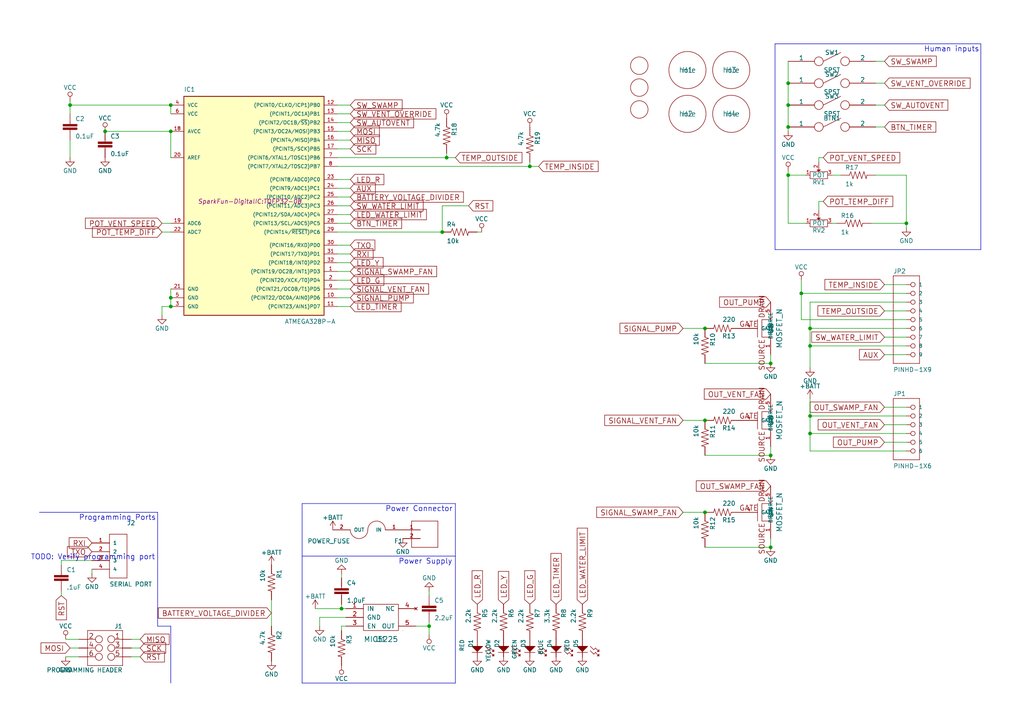
<source format=kicad_sch>
(kicad_sch (version 20230121) (generator eeschema)
  (paper "A4")
  (lib_symbols
    (symbol "hvac-rescue:+BATT" (power) (pin_names (offset 0))
      (property "Value" "+BATT" (at 0 3.556 0))
      (symbol "+BATT_1_1"
        (pin power_in line (at 0 0 90) (length 0) hide (name "+BATT") (number "1"))
      )
    )
    (symbol "hvac-rescue:1X4-3.5MM" (pin_names (offset 1.016))
      (property "Reference" "CN" (at 5.08 7.62 0))
      (property "Value" "1X4-3.5MM" (at 0 -10.16 0))
      (symbol "1X4-3.5MM_1_1"
        (pin bidirectional line (at -5.08 2.54 0) (length 5.08) (name "1") (number "1"))
        (pin bidirectional line (at -5.08 0 0) (length 5.08) (name "2") (number "2"))
        (pin bidirectional line (at -5.08 -2.54 0) (length 5.08) (name "3") (number "3"))
        (pin bidirectional line (at -5.08 -5.08 0) (length 5.08) (name "4") (number "4"))
      )
    )
    (symbol "hvac-rescue:ATMEGA328P-A" (pin_names (offset 1.016))
      (property "Reference" "IC" (at -19.05 31.75 0))
      (property "Value" "ATMEGA328P-A" (at 10.16 -35.56 0))
      (property "Footprint" "TQFP32" (at 0 0 0))
      (symbol "ATMEGA328P-A_1_1"
        (pin bidirectional line (at 25.4 -20.32 180) (length 3.81) (name "(PCINT19/OC2B/INT1)PD3") (number "1"))
        (pin bidirectional line (at 25.4 -27.94 180) (length 3.81) (name "(PCINT22/OC0A/AIN0)PD6") (number "10"))
        (pin bidirectional line (at 25.4 -30.48 180) (length 3.81) (name "(PCINT23/AIN1)PD7") (number "11"))
        (pin bidirectional line (at 25.4 27.94 180) (length 3.81) (name "(PCINT0/CLKO/ICP1)PB0") (number "12"))
        (pin bidirectional line (at 25.4 25.4 180) (length 3.81) (name "(PCINT1/OC1A)PB1") (number "13"))
        (pin bidirectional line (at 25.4 22.86 180) (length 3.81) (name "(PCINT2/OC1B/~{SS})PB2") (number "14"))
        (pin bidirectional line (at 25.4 20.32 180) (length 3.81) (name "(PCINT3/OC2A/MOSI)PB3") (number "15"))
        (pin bidirectional line (at 25.4 17.78 180) (length 3.81) (name "(PCINT4/MISO)PB4") (number "16"))
        (pin bidirectional line (at 25.4 15.24 180) (length 3.81) (name "(PCINT5/SCK)PB5") (number "17"))
        (pin power_in line (at -22.86 20.32 0) (length 3.81) (name "AVCC") (number "18"))
        (pin input line (at -22.86 -6.35 0) (length 3.81) (name "ADC6") (number "19"))
        (pin bidirectional line (at 25.4 -22.86 180) (length 3.81) (name "(PCINT20/XCK/T0)PD4") (number "2"))
        (pin bidirectional line (at -22.86 12.7 0) (length 3.81) (name "AREF") (number "20"))
        (pin power_in line (at -22.86 -25.4 0) (length 3.81) (name "GND") (number "21"))
        (pin input line (at -22.86 -8.89 0) (length 3.81) (name "ADC7") (number "22"))
        (pin bidirectional line (at 25.4 6.35 180) (length 3.81) (name "(PCINT8/ADC0)PC0") (number "23"))
        (pin bidirectional line (at 25.4 3.81 180) (length 3.81) (name "(PCINT9/ADC1)PC1") (number "24"))
        (pin bidirectional line (at 25.4 1.27 180) (length 3.81) (name "(PCINT10/ADC2)PC2") (number "25"))
        (pin bidirectional line (at 25.4 -1.27 180) (length 3.81) (name "(PCINT11/ADC3)PC3") (number "26"))
        (pin bidirectional line (at 25.4 -3.81 180) (length 3.81) (name "(PCINT12/SDA/ADC4)PC4") (number "27"))
        (pin bidirectional line (at 25.4 -6.35 180) (length 3.81) (name "(PCINT13/SCL/ADC5)PC5") (number "28"))
        (pin bidirectional line (at 25.4 -8.89 180) (length 3.81) (name "(PCINT14/~{RESET})PC6") (number "29"))
        (pin power_in line (at -22.86 -30.48 0) (length 3.81) (name "GND") (number "3"))
        (pin bidirectional line (at 25.4 -12.7 180) (length 3.81) (name "(PCINT16/RXD)PD0") (number "30"))
        (pin bidirectional line (at 25.4 -15.24 180) (length 3.81) (name "(PCINT17/TXD)PD1") (number "31"))
        (pin bidirectional line (at 25.4 -17.78 180) (length 3.81) (name "(PCINT18/INT0)PD2") (number "32"))
        (pin power_in line (at -22.86 27.94 0) (length 3.81) (name "VCC") (number "4"))
        (pin power_in line (at -22.86 -27.94 0) (length 3.81) (name "GND") (number "5"))
        (pin power_in line (at -22.86 25.4 0) (length 3.81) (name "VCC") (number "6"))
        (pin bidirectional line (at 25.4 12.7 180) (length 3.81) (name "(PCINT6/XTAL1/TOSC1)PB6") (number "7"))
        (pin bidirectional line (at 25.4 10.16 180) (length 3.81) (name "(PCINT7/XTAL2/TOSC2)PB7") (number "8"))
        (pin bidirectional line (at 25.4 -25.4 180) (length 3.81) (name "(PCINT21/OC0B/T1)PD5") (number "9"))
      )
    )
    (symbol "hvac-rescue:CAP0603-CAP" (pin_numbers hide) (pin_names (offset 1.016) hide)
      (property "Reference" "C" (at 1.524 2.921 0))
      (property "Value" "CAP0603-CAP" (at 1.524 -2.159 0))
      (symbol "CAP0603-CAP_1_1"
        (pin passive line (at 0 5.08 270) (length 2.54) (name "1") (number "1"))
        (pin passive line (at 0 -2.54 90) (length 2.54) (name "2") (number "2"))
      )
    )
    (symbol "hvac-rescue:FIDUCIAL" (pin_numbers hide) (pin_names (offset 1.016) hide))
    (symbol "hvac-rescue:GND" (power) (pin_names (offset 0))
      (property "Value" "GND" (at 0 -3.81 0))
      (symbol "GND_1_1"
        (pin power_in line (at 0 0 270) (length 0) hide (name "GND") (number "1"))
      )
    )
    (symbol "hvac-rescue:LED_SINGLE-0603" (pin_numbers hide) (pin_names (offset 1.016) hide)
      (property "Reference" "D" (at -2.54 -2.54 0))
      (property "Value" "LED_SINGLE-0603" (at -2.54 -5.08 0))
      (symbol "LED_SINGLE-0603_1_1"
        (pin output line (at -2.54 0 0) (length 2.54) (name "ANODE") (number "ANOD"))
        (pin input line (at 2.54 0 180) (length 2.54) (name "CATHODE") (number "CATH"))
      )
    )
    (symbol "hvac-rescue:LED_SINGLE-0603-GREEN" (pin_numbers hide) (pin_names (offset 1.016) hide)
      (property "Reference" "D" (at -2.54 -2.54 0))
      (property "Value" "LED_SINGLE-0603-GREEN" (at -2.54 -5.08 0))
      (symbol "LED_SINGLE-0603-GREEN_1_1"
        (pin output line (at -2.54 0 0) (length 2.54) (name "ANODE") (number "ANOD"))
        (pin input line (at 2.54 0 180) (length 2.54) (name "CATHODE") (number "CATH"))
      )
    )
    (symbol "hvac-rescue:LED_SINGLE-0603-RED" (pin_numbers hide) (pin_names (offset 1.016) hide)
      (property "Reference" "D" (at -2.54 -2.54 0))
      (property "Value" "LED_SINGLE-0603-RED" (at -2.54 -5.08 0))
      (symbol "LED_SINGLE-0603-RED_1_1"
        (pin output line (at -2.54 0 0) (length 2.54) (name "ANODE") (number "ANOD"))
        (pin input line (at 2.54 0 180) (length 2.54) (name "CATHODE") (number "CATH"))
      )
    )
    (symbol "hvac-rescue:M03X22X3_SILK_MALE_PTH" (pin_numbers hide) (pin_names (offset 1.016) hide)
      (property "Reference" "J" (at -5.08 5.588 0))
      (property "Value" "M03X22X3_SILK_MALE_PTH" (at -5.08 -7.112 0))
      (symbol "M03X22X3_SILK_MALE_PTH_1_0"
        (text "1" (at -3.6068 3.5052 0) (effects (font (size 1.4224 1.4224))))
        (text "2" (at 4.0132 3.5052 0) (effects (font (size 1.4224 1.4224))))
        (text "3" (at -3.6068 0.9652 0) (effects (font (size 1.4224 1.4224))))
        (text "4" (at 4.0132 0.9652 0) (effects (font (size 1.4224 1.4224))))
        (text "5" (at -3.6068 -1.5748 0) (effects (font (size 1.4224 1.4224))))
        (text "6" (at 4.0132 -1.5748 0) (effects (font (size 1.4224 1.4224))))
      )
      (symbol "M03X22X3_SILK_MALE_PTH_1_1"
        (pin bidirectional line (at -7.62 2.54 0) (length 2.54) (name "1") (number "1"))
        (pin bidirectional line (at 7.62 2.54 180) (length 2.54) (name "2") (number "2"))
        (pin bidirectional line (at -7.62 0 0) (length 2.54) (name "3") (number "3"))
        (pin bidirectional line (at 7.62 0 180) (length 2.54) (name "4") (number "4"))
        (pin bidirectional line (at -7.62 -2.54 0) (length 2.54) (name "5") (number "5"))
        (pin bidirectional line (at 7.62 -2.54 180) (length 2.54) (name "6") (number "6"))
      )
    )
    (symbol "hvac-rescue:MIC5225" (pin_names (offset 1.016))
      (property "Reference" "U" (at 0 -1.27 0))
      (property "Value" "MIC5225" (at 0 -1.27 0))
      (symbol "MIC5225_1_1"
        (pin input line (at -10.16 7.62 0) (length 5.08) (name "IN") (number "1"))
        (pin input line (at -10.16 5.08 0) (length 5.08) (name "GND") (number "2"))
        (pin input line (at -10.16 2.54 0) (length 5.08) (name "EN") (number "3"))
        (pin no_connect line (at 10.16 7.62 180) (length 5.08) (name "NC") (number "4"))
        (pin output line (at 10.16 2.54 180) (length 5.08) (name "OUT") (number "5"))
      )
    )
    (symbol "hvac-rescue:MOSFET_N" (pin_names (offset 1.016))
      (property "Reference" "U" (at 0 2.54 0))
      (property "Value" "MOSFET_N" (at 0 0 0))
      (symbol "MOSFET_N_0_0"
        (text "DRAIN" (at 6.35 5.08 0) (effects (font (size 1.524 1.524))))
        (text "GATE" (at 1.27 8.89 900) (effects (font (size 1.524 1.524))))
        (text "SOURCE" (at -7.62 5.08 0) (effects (font (size 1.524 1.524))))
      )
      (symbol "MOSFET_N_1_1"
        (pin input line (at -7.62 2.54 0) (length 5.08) (name "SOURCE") (number "1"))
        (pin input line (at -7.62 2.54 0) (length 5.08) hide (name "SOURCE") (number "2"))
        (pin input line (at -7.62 2.54 0) (length 5.08) hide (name "SOURCE") (number "3"))
        (pin input line (at 0 11.43 270) (length 5.08) (name "GATE") (number "4"))
        (pin output line (at 7.62 2.54 180) (length 5.08) (name "DRAIN") (number "5"))
      )
    )
    (symbol "hvac-rescue:PINHD-1X6" (pin_numbers hide) (pin_names (offset 1.016))
      (property "Reference" "JP" (at -6.35 10.795 0))
      (property "Value" "PINHD-1X6" (at -6.35 -10.16 0))
      (symbol "PINHD-1X6_1_1"
        (pin passive inverted (at -2.54 7.62 0) (length 2.54) (name "1") (number "1"))
        (pin passive inverted (at -2.54 5.08 0) (length 2.54) (name "2") (number "2"))
        (pin passive inverted (at -2.54 2.54 0) (length 2.54) (name "3") (number "3"))
        (pin passive inverted (at -2.54 0 0) (length 2.54) (name "4") (number "4"))
        (pin passive inverted (at -2.54 -2.54 0) (length 2.54) (name "5") (number "5"))
        (pin passive inverted (at -2.54 -5.08 0) (length 2.54) (name "6") (number "6"))
      )
    )
    (symbol "hvac-rescue:PINHD-1X9" (pin_numbers hide) (pin_names (offset 1.016))
      (property "Reference" "JP" (at -6.35 13.335 0))
      (property "Value" "PINHD-1X9" (at -6.35 -15.24 0))
      (symbol "PINHD-1X9_1_1"
        (pin passive inverted (at -2.54 10.16 0) (length 2.54) (name "1") (number "1"))
        (pin passive inverted (at -2.54 7.62 0) (length 2.54) (name "2") (number "2"))
        (pin passive inverted (at -2.54 5.08 0) (length 2.54) (name "3") (number "3"))
        (pin passive inverted (at -2.54 2.54 0) (length 2.54) (name "4") (number "4"))
        (pin passive inverted (at -2.54 0 0) (length 2.54) (name "5") (number "5"))
        (pin passive inverted (at -2.54 -2.54 0) (length 2.54) (name "6") (number "6"))
        (pin passive inverted (at -2.54 -5.08 0) (length 2.54) (name "7") (number "7"))
        (pin passive inverted (at -2.54 -7.62 0) (length 2.54) (name "8") (number "8"))
        (pin passive inverted (at -2.54 -10.16 0) (length 2.54) (name "9") (number "9"))
      )
    )
    (symbol "hvac-rescue:POT" (pin_names (offset 1.016) hide)
      (property "Reference" "RV" (at 0 -2.032 0))
      (property "Value" "POT" (at 0 0 0))
      (symbol "POT_1_1"
        (pin passive line (at -3.81 0 0) (length 1.27) (name "1") (number "1"))
        (pin passive line (at 0 3.81 270) (length 2.54) (name "2") (number "2"))
        (pin passive line (at 3.81 0 180) (length 1.27) (name "3") (number "3"))
      )
    )
    (symbol "hvac-rescue:POWER_FUSE" (pin_names (offset 1.016))
      (property "Reference" "F" (at -10.16 2.54 0))
      (property "Value" "POWER_FUSE" (at 5.08 2.54 0))
      (symbol "POWER_FUSE_1_1"
        (pin power_in line (at -10.16 0 0) (length 5.08) (name "IN") (number "1"))
        (pin power_out line (at 10.16 0 180) (length 5.08) (name "OUT") (number "2"))
      )
    )
    (symbol "hvac-rescue:POWER_INPUT" (pin_names (offset 1.016) hide)
      (symbol "POWER_INPUT_1_1"
        (pin power_out line (at -5.08 2.54 0) (length 5.08) (name "1") (number "1"))
        (pin output line (at -5.08 0 0) (length 5.08) (name "2") (number "2"))
      )
    )
    (symbol "hvac-rescue:RESISTOR0402" (pin_numbers hide) (pin_names (offset 1.016) hide)
      (property "Reference" "R" (at -3.81 1.4986 0))
      (property "Value" "RESISTOR0402" (at -3.81 -3.302 0))
      (symbol "RESISTOR0402_1_1"
        (pin passive line (at -5.08 0 0) (length 2.54) (name "1") (number "1"))
        (pin passive line (at 5.08 0 180) (length 2.54) (name "2") (number "2"))
      )
    )
    (symbol "hvac-rescue:SPST" (pin_numbers hide) (pin_names (offset 0))
      (property "Reference" "SW" (at 0 2.54 0))
      (property "Value" "SPST" (at 0 -2.54 0))
      (symbol "SPST_1_1"
        (pin input line (at -12.7 0 0) (length 7.62) (name "1") (number "1"))
        (pin input line (at 12.7 0 180) (length 7.62) (name "2") (number "2"))
      )
    )
    (symbol "hvac-rescue:VCC" (power) (pin_names (offset 0))
      (property "Value" "VCC" (at 0 3.81 0))
      (symbol "VCC_1_1"
        (pin power_in line (at 0 0 90) (length 0) hide (name "VCC") (number "1"))
      )
    )
    (symbol "hvac-rescue:hole" (pin_names (offset 1.016))
      (property "Reference" "H" (at 0 0 0))
      (property "Value" "hole" (at 0 0 0))
    )
  )
  (junction (at 20.32 30.48))
  (junction (at 228.6 50.8))
  (junction (at 30.48 38.1))
  (junction (at 228.6 24.13))
  (junction (at 228.6 36.83))
  (junction (at 223.52 132.08))
  (junction (at 128.27 67.31))
  (junction (at 49.53 86.36))
  (junction (at 204.47 148.59))
  (junction (at 223.52 158.75))
  (junction (at 234.95 100.33))
  (junction (at 262.89 64.77))
  (junction (at 49.53 30.48))
  (junction (at 234.95 95.25))
  (junction (at 234.95 125.73))
  (junction (at 234.95 120.65))
  (junction (at 153.67 48.26))
  (junction (at 129.54 45.72))
  (junction (at 99.06 176.53))
  (junction (at 223.52 105.41))
  (junction (at 124.46 181.61))
  (junction (at 228.6 30.48))
  (junction (at 49.53 38.1))
  (junction (at 232.41 85.09))
  (junction (at 49.53 88.9))
  (junction (at 204.47 121.92))
  (junction (at 204.47 95.25))
  (polyline (pts (xy 132.08 146.05) (xy 132.08 198.12)))
  (wire (pts (xy 128.27 59.69) (xy 135.89 59.69)))
  (wire (pts (xy 262.89 50.8) (xy 262.89 64.77)))
  (wire (pts (xy 49.53 33.02) (xy 49.53 30.48)))
  (wire (pts (xy 97.79 45.72) (xy 129.54 45.72)))
  (polyline (pts (xy 224.79 12.7) (xy 224.79 72.39)))
  (wire (pts (xy 223.52 158.75) (xy 204.47 158.75)))
  (wire (pts (xy 234.95 125.73) (xy 234.95 130.81)))
  (wire (pts (xy 241.3 50.8) (xy 243.84 50.8)))
  (wire (pts (xy 101.6 52.07) (xy 97.79 52.07)))
  (wire (pts (xy 101.6 81.28) (xy 97.79 81.28)))
  (wire (pts (xy 22.86 187.96) (xy 20.32 187.96)))
  (wire (pts (xy 241.3 64.77) (xy 242.57 64.77)))
  (wire (pts (xy 97.79 78.74) (xy 101.6 78.74)))
  (wire (pts (xy 49.53 88.9) (xy 46.99 88.9)))
  (wire (pts (xy 92.71 181.61) (xy 92.71 179.07)))
  (wire (pts (xy 228.6 24.13) (xy 228.6 30.48)))
  (wire (pts (xy 234.95 87.63) (xy 234.95 95.25)))
  (wire (pts (xy 101.6 62.23) (xy 97.79 62.23)))
  (wire (pts (xy 234.95 95.25) (xy 234.95 100.33)))
  (wire (pts (xy 101.6 57.15) (xy 97.79 57.15)))
  (wire (pts (xy 124.46 181.61) (xy 120.65 181.61)))
  (wire (pts (xy 228.6 17.78) (xy 228.6 24.13)))
  (wire (pts (xy 129.54 44.45) (xy 129.54 45.72)))
  (wire (pts (xy 232.41 85.09) (xy 262.89 85.09)))
  (wire (pts (xy 256.54 123.19) (xy 262.89 123.19)))
  (wire (pts (xy 101.6 43.18) (xy 97.79 43.18)))
  (wire (pts (xy 223.52 156.21) (xy 223.52 158.75)))
  (wire (pts (xy 237.49 45.72) (xy 238.76 45.72)))
  (polyline (pts (xy 87.63 146.05) (xy 87.63 198.12)))
  (wire (pts (xy 20.32 29.21) (xy 20.32 30.48)))
  (wire (pts (xy 228.6 49.53) (xy 228.6 50.8)))
  (wire (pts (xy 153.67 48.26) (xy 156.21 48.26)))
  (wire (pts (xy 256.54 118.11) (xy 262.89 118.11)))
  (wire (pts (xy 237.49 58.42) (xy 237.49 60.96)))
  (wire (pts (xy 254 24.13) (xy 256.54 24.13)))
  (polyline (pts (xy 49.53 181.61) (xy 45.72 181.61)))
  (wire (pts (xy 234.95 87.63) (xy 262.89 87.63)))
  (wire (pts (xy 223.52 105.41) (xy 204.47 105.41)))
  (wire (pts (xy 97.79 59.69) (xy 101.6 59.69)))
  (wire (pts (xy 99.06 175.26) (xy 99.06 176.53)))
  (wire (pts (xy 101.6 40.64) (xy 97.79 40.64)))
  (wire (pts (xy 228.6 36.83) (xy 228.6 38.1)))
  (wire (pts (xy 234.95 130.81) (xy 262.89 130.81)))
  (wire (pts (xy 49.53 38.1) (xy 49.53 45.72)))
  (wire (pts (xy 20.32 40.64) (xy 20.32 45.72)))
  (wire (pts (xy 17.78 171.45) (xy 17.78 172.72)))
  (wire (pts (xy 97.79 64.77) (xy 101.6 64.77)))
  (wire (pts (xy 97.79 71.12) (xy 101.6 71.12)))
  (wire (pts (xy 19.05 190.5) (xy 22.86 190.5)))
  (wire (pts (xy 46.99 88.9) (xy 46.99 91.44)))
  (wire (pts (xy 256.54 97.79) (xy 262.89 97.79)))
  (wire (pts (xy 232.41 81.28) (xy 232.41 85.09)))
  (wire (pts (xy 20.32 30.48) (xy 20.32 33.02)))
  (wire (pts (xy 128.27 67.31) (xy 128.27 59.69)))
  (polyline (pts (xy 284.48 72.39) (xy 284.48 12.7)))
  (wire (pts (xy 262.89 50.8) (xy 254 50.8)))
  (wire (pts (xy 234.95 120.65) (xy 234.95 125.73)))
  (wire (pts (xy 101.6 54.61) (xy 97.79 54.61)))
  (wire (pts (xy 262.89 125.73) (xy 234.95 125.73)))
  (wire (pts (xy 138.43 67.31) (xy 139.7 67.31)))
  (wire (pts (xy 153.67 48.26) (xy 153.67 46.99)))
  (wire (pts (xy 124.46 181.61) (xy 124.46 184.15)))
  (wire (pts (xy 19.05 185.42) (xy 22.86 185.42)))
  (polyline (pts (xy 87.63 161.29) (xy 132.08 161.29)))
  (wire (pts (xy 49.53 30.48) (xy 20.32 30.48)))
  (wire (pts (xy 91.44 176.53) (xy 99.06 176.53)))
  (wire (pts (xy 101.6 30.48) (xy 97.79 30.48)))
  (wire (pts (xy 228.6 50.8) (xy 233.68 50.8)))
  (wire (pts (xy 256.54 128.27) (xy 262.89 128.27)))
  (wire (pts (xy 49.53 67.31) (xy 46.99 67.31)))
  (wire (pts (xy 228.6 30.48) (xy 228.6 36.83)))
  (wire (pts (xy 99.06 181.61) (xy 99.06 182.88)))
  (wire (pts (xy 232.41 85.09) (xy 232.41 92.71)))
  (wire (pts (xy 46.99 64.77) (xy 49.53 64.77)))
  (polyline (pts (xy 284.48 12.7) (xy 224.79 12.7)))
  (wire (pts (xy 99.06 176.53) (xy 100.33 176.53)))
  (wire (pts (xy 97.79 76.2) (xy 101.6 76.2)))
  (wire (pts (xy 129.54 45.72) (xy 132.08 45.72)))
  (wire (pts (xy 124.46 180.34) (xy 124.46 181.61)))
  (wire (pts (xy 101.6 35.56) (xy 97.79 35.56)))
  (wire (pts (xy 254 17.78) (xy 256.54 17.78)))
  (wire (pts (xy 97.79 88.9) (xy 101.6 88.9)))
  (wire (pts (xy 97.79 67.31) (xy 128.27 67.31)))
  (wire (pts (xy 223.52 129.54) (xy 223.52 132.08)))
  (wire (pts (xy 49.53 83.82) (xy 49.53 86.36)))
  (wire (pts (xy 97.79 86.36) (xy 101.6 86.36)))
  (wire (pts (xy 97.79 48.26) (xy 153.67 48.26)))
  (wire (pts (xy 262.89 64.77) (xy 262.89 66.04)))
  (wire (pts (xy 198.12 95.25) (xy 204.47 95.25)))
  (polyline (pts (xy 45.72 148.59) (xy 11.43 148.59)))
  (wire (pts (xy 223.52 102.87) (xy 223.52 105.41)))
  (wire (pts (xy 100.33 181.61) (xy 99.06 181.61)))
  (wire (pts (xy 237.49 46.99) (xy 237.49 45.72)))
  (wire (pts (xy 262.89 90.17) (xy 256.54 90.17)))
  (wire (pts (xy 234.95 115.57) (xy 234.95 120.65)))
  (wire (pts (xy 17.78 163.83) (xy 17.78 162.56)))
  (wire (pts (xy 40.64 187.96) (xy 38.1 187.96)))
  (polyline (pts (xy 132.08 198.12) (xy 87.63 198.12)))
  (wire (pts (xy 97.79 83.82) (xy 101.6 83.82)))
  (wire (pts (xy 262.89 64.77) (xy 252.73 64.77)))
  (wire (pts (xy 92.71 179.07) (xy 100.33 179.07)))
  (wire (pts (xy 256.54 30.48) (xy 254 30.48)))
  (polyline (pts (xy 49.53 198.12) (xy 49.53 181.61)))
  (wire (pts (xy 223.52 132.08) (xy 204.47 132.08)))
  (wire (pts (xy 49.53 86.36) (xy 49.53 88.9)))
  (wire (pts (xy 124.46 172.72) (xy 124.46 171.45)))
  (wire (pts (xy 228.6 50.8) (xy 228.6 64.77)))
  (wire (pts (xy 254 36.83) (xy 256.54 36.83)))
  (wire (pts (xy 198.12 148.59) (xy 204.47 148.59)))
  (wire (pts (xy 40.64 185.42) (xy 38.1 185.42)))
  (wire (pts (xy 262.89 100.33) (xy 234.95 100.33)))
  (wire (pts (xy 97.79 33.02) (xy 101.6 33.02)))
  (wire (pts (xy 234.95 120.65) (xy 262.89 120.65)))
  (wire (pts (xy 101.6 73.66) (xy 97.79 73.66)))
  (wire (pts (xy 228.6 64.77) (xy 233.68 64.77)))
  (wire (pts (xy 198.12 121.92) (xy 204.47 121.92)))
  (wire (pts (xy 234.95 95.25) (xy 262.89 95.25)))
  (polyline (pts (xy 132.08 146.05) (xy 87.63 146.05)))
  (wire (pts (xy 237.49 58.42) (xy 238.76 58.42)))
  (wire (pts (xy 26.67 166.37) (xy 26.67 165.1)))
  (wire (pts (xy 78.74 181.61) (xy 78.74 173.99)))
  (wire (pts (xy 101.6 38.1) (xy 97.79 38.1)))
  (wire (pts (xy 99.06 167.64) (xy 99.06 166.37)))
  (wire (pts (xy 17.78 162.56) (xy 26.67 162.56)))
  (polyline (pts (xy 224.79 72.39) (xy 284.48 72.39)))
  (wire (pts (xy 40.64 190.5) (xy 38.1 190.5)))
  (wire (pts (xy 256.54 102.87) (xy 262.89 102.87)))
  (polyline (pts (xy 45.72 181.61) (xy 45.72 148.59)))
  (wire (pts (xy 234.95 100.33) (xy 234.95 106.68)))
  (wire (pts (xy 30.48 38.1) (xy 49.53 38.1)))
  (wire (pts (xy 232.41 92.71) (xy 262.89 92.71)))
  (wire (pts (xy 256.54 82.55) (xy 262.89 82.55)))
  (text "Human inputs" (at 267.97 15.24 0) (effects (font (size 1.524 1.524)) (justify left bottom)))
  (text "Power Supply" (at 115.57 163.83 0) (effects (font (size 1.524 1.524)) (justify left bottom)))
  (text "Power Connector" (at 111.76 148.59 0) (effects (font (size 1.524 1.524)) (justify left bottom)))
  (text "Programming Ports" (at 22.86 151.13 0) (effects (font (size 1.524 1.524)) (justify left bottom)))
  (text "TODO: Verify programming port" (at 8.89 162.56 0) (effects (font (size 1.524 1.524)) (justify left bottom)))
  (global_label "OUT_PUMP" (shape input) (at 256.54 128.27 180) (effects (font (size 1.524 1.524))) (property "Intersheetrefs" "${INTERSHEET_REFS}" (effects hide)))
  (global_label "TEMP_OUTSIDE" (shape input) (at 132.08 45.72 0) (effects (font (size 1.524 1.524))) (property "Intersheetrefs" "${INTERSHEET_REFS}" (effects hide)))
  (global_label "AUX" (shape input) (at 101.6 54.61 0) (effects (font (size 1.524 1.524))) (property "Intersheetrefs" "${INTERSHEET_REFS}" (effects hide)))
  (global_label "SW_WATER_LIMIT" (shape input) (at 256.54 97.79 180) (effects (font (size 1.524 1.524))) (property "Intersheetrefs" "${INTERSHEET_REFS}" (effects hide)))
  (global_label "LED_WATER_LIMIT" (shape input) (at 101.6 62.23 0) (effects (font (size 1.524 1.524))) (property "Intersheetrefs" "${INTERSHEET_REFS}" (effects hide)))
  (global_label "LED_R" (shape input) (at 101.6 52.07 0) (effects (font (size 1.524 1.524))) (property "Intersheetrefs" "${INTERSHEET_REFS}" (effects hide)))
  (global_label "RXI" (shape input) (at 26.67 157.48 180) (effects (font (size 1.524 1.524))) (property "Intersheetrefs" "${INTERSHEET_REFS}" (effects hide)))
  (global_label "SCK" (shape input) (at 101.6 43.18 0) (effects (font (size 1.524 1.524))) (property "Intersheetrefs" "${INTERSHEET_REFS}" (effects hide)))
  (global_label "TEMP_INSIDE" (shape input) (at 156.21 48.26 0) (effects (font (size 1.524 1.524))) (property "Intersheetrefs" "${INTERSHEET_REFS}" (effects hide)))
  (global_label "LED_TIMER" (shape input) (at 161.29 175.26 90) (effects (font (size 1.524 1.524))) (property "Intersheetrefs" "${INTERSHEET_REFS}" (effects hide)))
  (global_label "SW_WATER_LIMIT" (shape input) (at 101.6 59.69 0) (effects (font (size 1.524 1.524))) (property "Intersheetrefs" "${INTERSHEET_REFS}" (effects hide)))
  (global_label "RST" (shape input) (at 17.78 172.72 270) (effects (font (size 1.524 1.524))) (property "Intersheetrefs" "${INTERSHEET_REFS}" (effects hide)))
  (global_label "SIGNAL_VENT_FAN" (shape input) (at 198.12 121.92 180) (effects (font (size 1.524 1.524))) (property "Intersheetrefs" "${INTERSHEET_REFS}" (effects hide)))
  (global_label "BTN_TIMER" (shape input) (at 101.6 64.77 0) (effects (font (size 1.524 1.524))) (property "Intersheetrefs" "${INTERSHEET_REFS}" (effects hide)))
  (global_label "POT_TEMP_DIFF" (shape input) (at 238.76 58.42 0) (effects (font (size 1.524 1.524))) (property "Intersheetrefs" "${INTERSHEET_REFS}" (effects hide)))
  (global_label "SW_SWAMP" (shape input) (at 101.6 30.48 0) (effects (font (size 1.524 1.524))) (property "Intersheetrefs" "${INTERSHEET_REFS}" (effects hide)))
  (global_label "SIGNAL_PUMP" (shape input) (at 101.6 86.36 0) (effects (font (size 1.524 1.524))) (property "Intersheetrefs" "${INTERSHEET_REFS}" (effects hide)))
  (global_label "LED_Y" (shape input) (at 146.05 175.26 90) (effects (font (size 1.524 1.524))) (property "Intersheetrefs" "${INTERSHEET_REFS}" (effects hide)))
  (global_label "LED_WATER_LIMIT" (shape input) (at 168.91 175.26 90) (effects (font (size 1.524 1.524))) (property "Intersheetrefs" "${INTERSHEET_REFS}" (effects hide)))
  (global_label "POT_VENT_SPEED" (shape input) (at 46.99 64.77 180) (effects (font (size 1.524 1.524))) (property "Intersheetrefs" "${INTERSHEET_REFS}" (effects hide)))
  (global_label "BATTERY_VOLTAGE_DIVIDER" (shape input) (at 101.6 57.15 0) (effects (font (size 1.524 1.524))) (property "Intersheetrefs" "${INTERSHEET_REFS}" (effects hide)))
  (global_label "OUT_SWAMP_FAN" (shape input) (at 223.52 140.97 180) (effects (font (size 1.524 1.524))) (property "Intersheetrefs" "${INTERSHEET_REFS}" (effects hide)))
  (global_label "MISO" (shape input) (at 40.64 185.42 0) (effects (font (size 1.524 1.524))) (property "Intersheetrefs" "${INTERSHEET_REFS}" (effects hide)))
  (global_label "POT_VENT_SPEED" (shape input) (at 238.76 45.72 0) (effects (font (size 1.524 1.524))) (property "Intersheetrefs" "${INTERSHEET_REFS}" (effects hide)))
  (global_label "OUT_SWAMP_FAN" (shape input) (at 256.54 118.11 180) (effects (font (size 1.524 1.524))) (property "Intersheetrefs" "${INTERSHEET_REFS}" (effects hide)))
  (global_label "RXI" (shape input) (at 101.6 73.66 0) (effects (font (size 1.524 1.524))) (property "Intersheetrefs" "${INTERSHEET_REFS}" (effects hide)))
  (global_label "SIGNAL_SWAMP_FAN" (shape input) (at 198.12 148.59 180) (effects (font (size 1.524 1.524))) (property "Intersheetrefs" "${INTERSHEET_REFS}" (effects hide)))
  (global_label "MISO" (shape input) (at 101.6 40.64 0) (effects (font (size 1.524 1.524))) (property "Intersheetrefs" "${INTERSHEET_REFS}" (effects hide)))
  (global_label "SCK" (shape input) (at 40.64 187.96 0) (effects (font (size 1.524 1.524))) (property "Intersheetrefs" "${INTERSHEET_REFS}" (effects hide)))
  (global_label "AUX" (shape input) (at 256.54 102.87 180) (effects (font (size 1.524 1.524))) (property "Intersheetrefs" "${INTERSHEET_REFS}" (effects hide)))
  (global_label "RST" (shape input) (at 40.64 190.5 0) (effects (font (size 1.524 1.524))) (property "Intersheetrefs" "${INTERSHEET_REFS}" (effects hide)))
  (global_label "OUT_VENT_FAN" (shape input) (at 256.54 123.19 180) (effects (font (size 1.524 1.524))) (property "Intersheetrefs" "${INTERSHEET_REFS}" (effects hide)))
  (global_label "LED_G" (shape input) (at 153.67 175.26 90) (effects (font (size 1.524 1.524))) (property "Intersheetrefs" "${INTERSHEET_REFS}" (effects hide)))
  (global_label "OUT_VENT_FAN" (shape input) (at 223.52 114.3 180) (effects (font (size 1.524 1.524))) (property "Intersheetrefs" "${INTERSHEET_REFS}" (effects hide)))
  (global_label "BTN_TIMER" (shape input) (at 256.54 36.83 0) (effects (font (size 1.524 1.524))) (property "Intersheetrefs" "${INTERSHEET_REFS}" (effects hide)))
  (global_label "RST" (shape input) (at 135.89 59.69 0) (effects (font (size 1.524 1.524))) (property "Intersheetrefs" "${INTERSHEET_REFS}" (effects hide)))
  (global_label "SW_AUTOVENT" (shape input) (at 101.6 35.56 0) (effects (font (size 1.524 1.524))) (property "Intersheetrefs" "${INTERSHEET_REFS}" (effects hide)))
  (global_label "LED_TIMER" (shape input) (at 101.6 88.9 0) (effects (font (size 1.524 1.524))) (property "Intersheetrefs" "${INTERSHEET_REFS}" (effects hide)))
  (global_label "SIGNAL_VENT_FAN" (shape input) (at 101.6 83.82 0) (effects (font (size 1.524 1.524))) (property "Intersheetrefs" "${INTERSHEET_REFS}" (effects hide)))
  (global_label "MOSI" (shape input) (at 101.6 38.1 0) (effects (font (size 1.524 1.524))) (property "Intersheetrefs" "${INTERSHEET_REFS}" (effects hide)))
  (global_label "BATTERY_VOLTAGE_DIVIDER" (shape input) (at 78.74 177.8 180) (effects (font (size 1.524 1.524))) (property "Intersheetrefs" "${INTERSHEET_REFS}" (effects hide)))
  (global_label "TXO" (shape input) (at 26.67 160.02 180) (effects (font (size 1.524 1.524))) (property "Intersheetrefs" "${INTERSHEET_REFS}" (effects hide)))
  (global_label "LED_G" (shape input) (at 101.6 81.28 0) (effects (font (size 1.524 1.524))) (property "Intersheetrefs" "${INTERSHEET_REFS}" (effects hide)))
  (global_label "LED_R" (shape input) (at 138.43 175.26 90) (effects (font (size 1.524 1.524))) (property "Intersheetrefs" "${INTERSHEET_REFS}" (effects hide)))
  (global_label "POT_TEMP_DIFF" (shape input) (at 46.99 67.31 180) (effects (font (size 1.524 1.524))) (property "Intersheetrefs" "${INTERSHEET_REFS}" (effects hide)))
  (global_label "LED_Y" (shape input) (at 101.6 76.2 0) (effects (font (size 1.524 1.524))) (property "Intersheetrefs" "${INTERSHEET_REFS}" (effects hide)))
  (global_label "MOSI" (shape input) (at 20.32 187.96 180) (effects (font (size 1.524 1.524))) (property "Intersheetrefs" "${INTERSHEET_REFS}" (effects hide)))
  (global_label "TEMP_INSIDE" (shape input) (at 256.54 82.55 180) (effects (font (size 1.524 1.524))) (property "Intersheetrefs" "${INTERSHEET_REFS}" (effects hide)))
  (global_label "SW_SWAMP" (shape input) (at 256.54 17.78 0) (effects (font (size 1.524 1.524))) (property "Intersheetrefs" "${INTERSHEET_REFS}" (effects hide)))
  (global_label "SW_AUTOVENT" (shape input) (at 256.54 30.48 0) (effects (font (size 1.524 1.524))) (property "Intersheetrefs" "${INTERSHEET_REFS}" (effects hide)))
  (global_label "TEMP_OUTSIDE" (shape input) (at 256.54 90.17 180) (effects (font (size 1.524 1.524))) (property "Intersheetrefs" "${INTERSHEET_REFS}" (effects hide)))
  (global_label "TXO" (shape input) (at 101.6 71.12 0) (effects (font (size 1.524 1.524))) (property "Intersheetrefs" "${INTERSHEET_REFS}" (effects hide)))
  (global_label "SIGNAL_PUMP" (shape input) (at 198.12 95.25 180) (effects (font (size 1.524 1.524))) (property "Intersheetrefs" "${INTERSHEET_REFS}" (effects hide)))
  (global_label "OUT_PUMP" (shape input) (at 223.52 87.63 180) (effects (font (size 1.524 1.524))) (property "Intersheetrefs" "${INTERSHEET_REFS}" (effects hide)))
  (global_label "SW_VENT_OVERRIDE" (shape input) (at 256.54 24.13 0) (effects (font (size 1.524 1.524))) (property "Intersheetrefs" "${INTERSHEET_REFS}" (effects hide)))
  (global_label "SW_VENT_OVERRIDE" (shape input) (at 101.6 33.02 0) (effects (font (size 1.524 1.524))) (property "Intersheetrefs" "${INTERSHEET_REFS}" (effects hide)))
  (global_label "SIGNAL_SWAMP_FAN" (shape input) (at 101.6 78.74 0) (effects (font (size 1.524 1.524))) (property "Intersheetrefs" "${INTERSHEET_REFS}" (effects hide)))
  (symbol (lib_id "hvac-rescue:ATMEGA328P-A") (at 72.39 58.42 0) (unit 1)
    (property "Reference" "IC1" (at 53.34 26.67 0) (effects (justify left bottom)))
    (property "Value" "ATMEGA328P-A" (at 82.55 93.98 0) (effects (justify left bottom)))
    (property "Footprint" "SparkFun-DigitalIC:TQFP32-08" (at 72.39 58.42 0) (effects (font italic)))
  )
  (symbol (lib_id "hvac-rescue:MIC5225") (at 110.49 184.15 0) (unit 1)
    (property "Reference" "U1" (at 110.49 185.42 0) (effects (font (size 1.524 1.524))))
    (property "Value" "MIC5225" (at 110.49 185.42 0) (effects (font (size 1.524 1.524))))
    (property "Footprint" "TO_SOT_Packages_SMD:SOT-23-5" (effects hide))
  )
  (symbol (lib_id "hvac-rescue:GND") (at 99.06 166.37 180) (unit 1)
    (property "Reference" "#PWR01" (effects hide))
    (property "Value" "GND" (at 99.06 162.56 0))
  )
  (symbol (lib_id "hvac-rescue:GND") (at 124.46 171.45 180) (unit 1)
    (property "Reference" "#PWR02" (effects hide))
    (property "Value" "GND" (at 124.46 167.64 0))
  )
  (symbol (lib_id "hvac-rescue:GND") (at 92.71 181.61 0) (unit 1)
    (property "Reference" "#PWR03" (effects hide))
    (property "Value" "GND" (at 92.71 185.42 0))
  )
  (symbol (lib_id "hvac-rescue:CAP0603-CAP") (at 124.46 177.8 0) (unit 1)
    (property "Reference" "C5" (at 125.984 174.879 0) (effects (justify left bottom)))
    (property "Value" "2.2uF" (at 125.984 179.959 0) (effects (justify left bottom)))
    (property "Footprint" "Capacitors_SMD:C_0603" (effects hide))
  )
  (symbol (lib_id "hvac-rescue:CAP0603-CAP") (at 99.06 172.72 0) (unit 1)
    (property "Reference" "C4" (at 100.584 169.799 0) (effects (justify left bottom)))
    (property "Value" "1.0uF" (at 100.584 174.879 0) (effects (justify left bottom)))
    (property "Footprint" "Capacitors_SMD:C_0603" (effects hide))
  )
  (symbol (lib_id "hvac-rescue:RESISTOR0402") (at 99.06 187.96 270) (unit 1)
    (property "Reference" "R3" (at 100.5586 184.15 0) (effects (justify left bottom)))
    (property "Value" "10k" (at 95.758 184.15 0) (effects (justify left bottom)))
    (property "Footprint" "Resistors_SMD:R_0402" (effects hide))
  )
  (symbol (lib_id "hvac-rescue:VCC") (at 99.06 193.04 180) (unit 1)
    (property "Reference" "#PWR04" (effects hide))
    (property "Value" "VCC" (at 99.06 196.85 0))
  )
  (symbol (lib_id "hvac-rescue:VCC") (at 124.46 184.15 180) (unit 1)
    (property "Reference" "#PWR05" (effects hide))
    (property "Value" "VCC" (at 124.46 187.96 0))
  )
  (symbol (lib_id "hvac-rescue:+BATT") (at 91.44 176.53 0) (unit 1)
    (property "Reference" "#PWR06" (effects hide))
    (property "Value" "+BATT" (at 91.44 172.974 0))
  )
  (symbol (lib_id "hvac-rescue:VCC") (at 30.48 38.1 0) (unit 1)
    (property "Reference" "#PWR07" (effects hide))
    (property "Value" "VCC" (at 30.48 34.29 0))
  )
  (symbol (lib_id "hvac-rescue:CAP0603-CAP") (at 30.48 43.18 0) (unit 1)
    (property "Reference" "C3" (at 32.004 40.259 0) (effects (justify left bottom)))
    (property "Value" "0.1uF" (at 32.004 45.339 0) (effects (justify left bottom)))
    (property "Footprint" "Capacitors_SMD:C_0603" (effects hide))
  )
  (symbol (lib_id "hvac-rescue:GND") (at 20.32 45.72 0) (unit 1)
    (property "Reference" "#PWR08" (effects hide))
    (property "Value" "GND" (at 20.32 49.53 0))
  )
  (symbol (lib_id "hvac-rescue:GND") (at 46.99 91.44 0) (unit 1)
    (property "Reference" "#PWR09" (effects hide))
    (property "Value" "GND" (at 46.99 95.25 0))
  )
  (symbol (lib_id "hvac-rescue:M03X22X3_SILK_MALE_PTH") (at 30.48 187.96 0) (mirror y) (unit 1)
    (property "Reference" "J1" (at 35.56 182.372 0) (effects (justify left bottom)))
    (property "Value" "PROGRAMMING HEADER" (at 35.56 195.072 0) (effects (justify left bottom)))
    (property "Footprint" "SparkFun-Connectors:2X3" (effects hide))
  )
  (symbol (lib_id "hvac-rescue:1X4-3.5MM") (at 31.75 160.02 0) (unit 1)
    (property "Reference" "J2" (at 36.83 152.4 0) (effects (justify left bottom)))
    (property "Value" "SERIAL PORT" (at 31.75 170.18 0) (effects (justify left bottom)))
    (property "Footprint" "SparkFun-Connectors:1X04" (effects hide))
  )
  (symbol (lib_id "hvac-rescue:GND") (at 26.67 166.37 0) (unit 1)
    (property "Reference" "#PWR010" (effects hide))
    (property "Value" "GND" (at 26.67 170.18 0))
  )
  (symbol (lib_id "hvac-rescue:CAP0603-CAP") (at 17.78 168.91 0) (unit 1)
    (property "Reference" "C1" (at 19.304 165.989 0) (effects (justify left bottom)))
    (property "Value" ".1uF" (at 19.304 171.069 0) (effects (justify left bottom)))
    (property "Footprint" "Capacitors_SMD:C_0603" (effects hide))
  )
  (symbol (lib_id "hvac-rescue:RESISTOR0402") (at 133.35 67.31 0) (unit 1)
    (property "Reference" "R4" (at 129.54 65.8114 0) (effects (justify left bottom)))
    (property "Value" "10k" (at 129.54 70.612 0) (effects (justify left bottom)))
    (property "Footprint" "Resistors_SMD:R_0402" (effects hide))
  )
  (symbol (lib_id "hvac-rescue:VCC") (at 139.7 67.31 0) (unit 1)
    (property "Reference" "#PWR011" (effects hide))
    (property "Value" "VCC" (at 139.7 63.5 0))
  )
  (symbol (lib_id "hvac-rescue:GND") (at 138.43 190.5 0) (unit 1)
    (property "Reference" "#PWR012" (effects hide))
    (property "Value" "GND" (at 138.43 194.31 0))
  )
  (symbol (lib_id "hvac-rescue:GND") (at 146.05 190.5 0) (unit 1)
    (property "Reference" "#PWR013" (effects hide))
    (property "Value" "GND" (at 146.05 194.31 0))
  )
  (symbol (lib_id "hvac-rescue:GND") (at 153.67 190.5 0) (unit 1)
    (property "Reference" "#PWR014" (effects hide))
    (property "Value" "GND" (at 153.67 194.31 0))
  )
  (symbol (lib_id "hvac-rescue:RESISTOR0402") (at 138.43 180.34 270) (unit 1)
    (property "Reference" "R5" (at 139.9286 176.53 0) (effects (justify left bottom)))
    (property "Value" "2.2k" (at 135.128 176.53 0) (effects (justify left bottom)))
    (property "Footprint" "Resistors_SMD:R_0402" (effects hide))
  )
  (symbol (lib_id "hvac-rescue:RESISTOR0402") (at 146.05 180.34 270) (unit 1)
    (property "Reference" "R6" (at 147.5486 176.53 0) (effects (justify left bottom)))
    (property "Value" "2.2k" (at 142.748 176.53 0) (effects (justify left bottom)))
    (property "Footprint" "Resistors_SMD:R_0402" (effects hide))
  )
  (symbol (lib_id "hvac-rescue:RESISTOR0402") (at 153.67 180.34 270) (unit 1)
    (property "Reference" "R7" (at 155.1686 176.53 0) (effects (justify left bottom)))
    (property "Value" "2.2k" (at 150.368 176.53 0) (effects (justify left bottom)))
    (property "Footprint" "Resistors_SMD:R_0402" (effects hide))
  )
  (symbol (lib_id "hvac-rescue:GND") (at 161.29 190.5 0) (unit 1)
    (property "Reference" "#PWR015" (effects hide))
    (property "Value" "GND" (at 161.29 194.31 0))
  )
  (symbol (lib_id "hvac-rescue:RESISTOR0402") (at 161.29 180.34 270) (unit 1)
    (property "Reference" "R8" (at 162.7886 176.53 0) (effects (justify left bottom)))
    (property "Value" "3.3k" (at 157.988 176.53 0) (effects (justify left bottom)))
    (property "Footprint" "Resistors_SMD:R_0402" (effects hide))
  )
  (symbol (lib_id "hvac-rescue:SPST") (at 241.3 17.78 0) (unit 1)
    (property "Reference" "SW1" (at 241.3 15.24 0))
    (property "Value" "SPST" (at 241.3 20.32 0))
    (property "Footprint" "homebrew:EG2355-ND" (effects hide))
  )
  (symbol (lib_id "hvac-rescue:SPST") (at 241.3 24.13 0) (unit 1)
    (property "Reference" "SW2" (at 241.3 21.59 0))
    (property "Value" "SPST" (at 241.3 26.67 0))
    (property "Footprint" "homebrew:EG2355-ND" (effects hide))
  )
  (symbol (lib_id "hvac-rescue:SPST") (at 241.3 30.48 0) (unit 1)
    (property "Reference" "SW3" (at 241.3 27.94 0))
    (property "Value" "SPST" (at 241.3 33.02 0))
    (property "Footprint" "homebrew:EG2355-ND" (effects hide))
  )
  (symbol (lib_id "hvac-rescue:GND") (at 228.6 38.1 0) (unit 1)
    (property "Reference" "#PWR016" (effects hide))
    (property "Value" "GND" (at 228.6 41.91 0))
  )
  (symbol (lib_id "hvac-rescue:POT") (at 237.49 50.8 0) (unit 1)
    (property "Reference" "RV1" (at 237.49 52.832 0))
    (property "Value" "POT" (at 237.49 50.8 0))
    (property "Footprint" "homebrew:PDB12-H4301-103BF" (effects hide))
  )
  (symbol (lib_id "hvac-rescue:VCC") (at 228.6 49.53 0) (unit 1)
    (property "Reference" "#PWR017" (effects hide))
    (property "Value" "VCC" (at 228.6 45.72 0))
  )
  (symbol (lib_id "hvac-rescue:POT") (at 237.49 64.77 0) (unit 1)
    (property "Reference" "RV2" (at 237.49 66.802 0))
    (property "Value" "POT" (at 237.49 64.77 0))
    (property "Footprint" "homebrew:PDB12-H4301-103BF" (effects hide))
  )
  (symbol (lib_id "hvac-rescue:RESISTOR0402") (at 248.92 50.8 0) (unit 1)
    (property "Reference" "R17" (at 245.11 49.3014 0) (effects (justify left bottom)))
    (property "Value" "1k" (at 245.11 54.102 0) (effects (justify left bottom)))
    (property "Footprint" "Resistors_SMD:R_0402" (effects hide))
  )
  (symbol (lib_id "hvac-rescue:GND") (at 262.89 66.04 0) (unit 1)
    (property "Reference" "#PWR018" (effects hide))
    (property "Value" "GND" (at 262.89 69.85 0))
  )
  (symbol (lib_id "hvac-rescue:RESISTOR0402") (at 247.65 64.77 0) (unit 1)
    (property "Reference" "R16" (at 243.84 63.2714 0) (effects (justify left bottom)))
    (property "Value" "1k" (at 243.84 68.072 0) (effects (justify left bottom)))
    (property "Footprint" "Resistors_SMD:R_0402" (effects hide))
  )
  (symbol (lib_id "hvac-rescue:GND") (at 168.91 190.5 0) (unit 1)
    (property "Reference" "#PWR019" (effects hide))
    (property "Value" "GND" (at 168.91 194.31 0))
  )
  (symbol (lib_id "hvac-rescue:RESISTOR0402") (at 168.91 180.34 270) (unit 1)
    (property "Reference" "R9" (at 170.4086 176.53 0) (effects (justify left bottom)))
    (property "Value" "2.2k" (at 165.608 176.53 0) (effects (justify left bottom)))
    (property "Footprint" "Resistors_SMD:R_0402" (effects hide))
  )
  (symbol (lib_id "hvac-rescue:SPST") (at 241.3 36.83 0) (unit 1)
    (property "Reference" "BTN1" (at 241.3 34.29 0))
    (property "Value" "SPST" (effects hide))
    (property "Footprint" "homebrew:PVA1-OA-H2" (effects hide))
  )
  (symbol (lib_id "hvac-rescue:GND") (at 19.05 190.5 0) (unit 1)
    (property "Reference" "#PWR020" (effects hide))
    (property "Value" "GND" (at 19.05 194.31 0))
  )
  (symbol (lib_id "hvac-rescue:VCC") (at 19.05 185.42 0) (unit 1)
    (property "Reference" "#PWR021" (effects hide))
    (property "Value" "VCC" (at 19.05 181.61 0))
  )
  (symbol (lib_id "hvac-rescue:VCC") (at 232.41 81.28 0) (unit 1)
    (property "Reference" "#PWR022" (effects hide))
    (property "Value" "VCC" (at 232.41 77.47 0))
  )
  (symbol (lib_id "hvac-rescue:GND") (at 116.84 156.21 0) (unit 1)
    (property "Reference" "#PWR023" (effects hide))
    (property "Value" "GND" (at 116.84 160.02 0))
  )
  (symbol (lib_id "hvac-rescue:+BATT") (at 96.52 153.67 0) (unit 1)
    (property "Reference" "#PWR024" (effects hide))
    (property "Value" "+BATT" (at 96.52 150.114 0))
  )
  (symbol (lib_id "hvac-rescue:POWER_INPUT") (at 121.92 156.21 0) (unit 1)
    (property "Reference" "J3" (effects hide))
    (property "Value" "POWER_INPUT" (effects hide))
    (property "Footprint" "homebrew:1x2-RIGHT_ANGLE-43160-1102" (effects hide))
  )
  (symbol (lib_id "hvac-rescue:GND") (at 78.74 191.77 0) (unit 1)
    (property "Reference" "#PWR025" (effects hide))
    (property "Value" "GND" (at 78.74 195.58 0))
  )
  (symbol (lib_id "hvac-rescue:RESISTOR0402") (at 78.74 186.69 270) (unit 1)
    (property "Reference" "R2" (at 80.2386 182.88 0) (effects (justify left bottom)))
    (property "Value" "4.7k" (at 75.438 182.88 0) (effects (justify left bottom)))
    (property "Footprint" "Resistors_SMD:R_0402" (effects hide))
  )
  (symbol (lib_id "hvac-rescue:RESISTOR0402") (at 78.74 168.91 270) (unit 1)
    (property "Reference" "R1" (at 80.2386 165.1 0) (effects (justify left bottom)))
    (property "Value" "10k" (at 75.438 165.1 0) (effects (justify left bottom)))
    (property "Footprint" "Resistors_SMD:R_0402" (effects hide))
  )
  (symbol (lib_id "hvac-rescue:+BATT") (at 78.74 163.83 0) (unit 1)
    (property "Reference" "#PWR026" (effects hide))
    (property "Value" "+BATT" (at 78.74 160.274 0))
  )
  (symbol (lib_id "hvac-rescue:GND") (at 234.95 106.68 0) (unit 1)
    (property "Reference" "#PWR027" (effects hide))
    (property "Value" "GND" (at 234.95 110.49 0))
  )
  (symbol (lib_id "hvac-rescue:PINHD-1X6") (at 265.43 125.73 0) (unit 1)
    (property "Reference" "JP1" (at 259.08 114.935 0) (effects (justify left bottom)))
    (property "Value" "PINHD-1X6" (at 259.08 135.89 0) (effects (justify left bottom)))
    (property "Footprint" "homebrew:1x6-RIGHT_ANGLE-43160-3106" (effects hide))
  )
  (symbol (lib_id "hvac-rescue:POWER_FUSE") (at 106.68 153.67 180) (unit 1)
    (property "Reference" "F1" (at 116.84 156.21 0) (effects (justify left bottom)))
    (property "Value" "POWER_FUSE" (at 101.6 156.21 0) (effects (justify left bottom)))
    (property "Footprint" "homebrew:FUSE-3550-2" (effects hide))
  )
  (symbol (lib_id "hvac-rescue:MOSFET_N") (at 226.06 121.92 90) (unit 1)
    (property "Reference" "U3" (at 223.52 121.92 0) (effects (font (size 1.524 1.524))))
    (property "Value" "MOSFET_N" (at 226.06 121.92 0) (effects (font (size 1.524 1.524))))
    (property "Footprint" "TO_SOT_Packages_SMD:SOT-669_LFPAK_ThermalVias-1" (effects hide))
  )
  (symbol (lib_id "hvac-rescue:GND") (at 223.52 132.08 0) (unit 1)
    (property "Reference" "#PWR028" (effects hide))
    (property "Value" "GND" (at 223.52 135.89 0))
  )
  (symbol (lib_id "hvac-rescue:+BATT") (at 234.95 115.57 0) (unit 1)
    (property "Reference" "#PWR029" (effects hide))
    (property "Value" "+BATT" (at 234.95 112.014 0))
  )
  (symbol (lib_id "hvac-rescue:RESISTOR0402") (at 209.55 121.92 180) (unit 1)
    (property "Reference" "R14" (at 213.36 123.4186 0) (effects (justify left bottom)))
    (property "Value" "220" (at 213.36 118.618 0) (effects (justify left bottom)))
    (property "Footprint" "Resistors_SMD:R_0402" (effects hide))
  )
  (symbol (lib_id "hvac-rescue:RESISTOR0402") (at 204.47 127 270) (unit 1)
    (property "Reference" "R11" (at 205.9686 123.19 0) (effects (justify left bottom)))
    (property "Value" "10k" (at 201.168 123.19 0) (effects (justify left bottom)))
    (property "Footprint" "Resistors_SMD:R_0402" (effects hide))
  )
  (symbol (lib_id "hvac-rescue:MOSFET_N") (at 226.06 148.59 90) (unit 1)
    (property "Reference" "U4" (at 223.52 148.59 0) (effects (font (size 1.524 1.524))))
    (property "Value" "MOSFET_N" (at 226.06 148.59 0) (effects (font (size 1.524 1.524))))
    (property "Footprint" "TO_SOT_Packages_SMD:SOT-669_LFPAK_ThermalVias-1" (effects hide))
  )
  (symbol (lib_id "hvac-rescue:GND") (at 223.52 158.75 0) (unit 1)
    (property "Reference" "#PWR030" (effects hide))
    (property "Value" "GND" (at 223.52 162.56 0))
  )
  (symbol (lib_id "hvac-rescue:RESISTOR0402") (at 209.55 148.59 180) (unit 1)
    (property "Reference" "R15" (at 213.36 150.0886 0) (effects (justify left bottom)))
    (property "Value" "220" (at 213.36 145.288 0) (effects (justify left bottom)))
    (property "Footprint" "Resistors_SMD:R_0402" (effects hide))
  )
  (symbol (lib_id "hvac-rescue:RESISTOR0402") (at 204.47 153.67 270) (unit 1)
    (property "Reference" "R12" (at 205.9686 149.86 0) (effects (justify left bottom)))
    (property "Value" "10k" (at 201.168 149.86 0) (effects (justify left bottom)))
    (property "Footprint" "Resistors_SMD:R_0402" (effects hide))
  )
  (symbol (lib_id "hvac-rescue:MOSFET_N") (at 226.06 95.25 90) (unit 1)
    (property "Reference" "U2" (at 223.52 95.25 0) (effects (font (size 1.524 1.524))))
    (property "Value" "MOSFET_N" (at 226.06 95.25 0) (effects (font (size 1.524 1.524))))
    (property "Footprint" "TO_SOT_Packages_SMD:SOT-669_LFPAK_ThermalVias-1" (effects hide))
  )
  (symbol (lib_id "hvac-rescue:GND") (at 223.52 105.41 0) (unit 1)
    (property "Reference" "#PWR031" (effects hide))
    (property "Value" "GND" (at 223.52 109.22 0))
  )
  (symbol (lib_id "hvac-rescue:RESISTOR0402") (at 209.55 95.25 180) (unit 1)
    (property "Reference" "R13" (at 213.36 96.7486 0) (effects (justify left bottom)))
    (property "Value" "220" (at 213.36 91.948 0) (effects (justify left bottom)))
    (property "Footprint" "Resistors_SMD:R_0402" (effects hide))
  )
  (symbol (lib_id "hvac-rescue:RESISTOR0402") (at 204.47 100.33 270) (unit 1)
    (property "Reference" "R10" (at 205.9686 96.52 0) (effects (justify left bottom)))
    (property "Value" "10k" (at 201.168 96.52 0) (effects (justify left bottom)))
    (property "Footprint" "Resistors_SMD:R_0402" (effects hide))
  )
  (symbol (lib_id "hvac-rescue:CAP0603-CAP") (at 20.32 38.1 0) (unit 1)
    (property "Reference" "C2" (at 21.844 35.179 0) (effects (justify left bottom)))
    (property "Value" "0.1uF" (at 21.844 40.259 0) (effects (justify left bottom)))
    (property "Footprint" "Capacitors_SMD:C_0603" (effects hide))
  )
  (symbol (lib_id "hvac-rescue:VCC") (at 20.32 29.21 0) (unit 1)
    (property "Reference" "#PWR032" (effects hide))
    (property "Value" "VCC" (at 20.32 25.4 0))
  )
  (symbol (lib_id "hvac-rescue:GND") (at 30.48 45.72 0) (unit 1)
    (property "Reference" "#PWR033" (effects hide))
    (property "Value" "GND" (at 30.48 49.53 0))
  )
  (symbol (lib_id "hvac-rescue:PINHD-1X9") (at 265.43 92.71 0) (unit 1)
    (property "Reference" "JP2" (at 259.08 79.375 0) (effects (justify left bottom)))
    (property "Value" "PINHD-1X9" (at 259.08 107.95 0) (effects (justify left bottom)))
    (property "Footprint" "homebrew:1x9-RIGHT_ANGLE-0534260910" (effects hide))
  )
  (symbol (lib_id "hvac-rescue:LED_SINGLE-0603-RED") (at 138.43 187.96 270) (unit 1)
    (property "Reference" "D1" (at 135.89 185.42 0) (effects (font (size 1.143 1.143)) (justify left bottom)))
    (property "Value" "RED" (at 133.35 185.42 0) (effects (font (size 1.143 1.143)) (justify left bottom)))
    (property "Footprint" "MF_LEDs:MF_LEDs-LED0603" (effects hide))
  )
  (symbol (lib_id "hvac-rescue:LED_SINGLE-0603") (at 146.05 187.96 270) (unit 1)
    (property "Reference" "D2" (at 143.51 185.42 0) (effects (font (size 1.143 1.143)) (justify left bottom)))
    (property "Value" "YELLOW" (at 140.97 185.42 0) (effects (font (size 1.143 1.143)) (justify left bottom)))
    (property "Footprint" "MF_LEDs:MF_LEDs-LED0603" (effects hide))
  )
  (symbol (lib_id "hvac-rescue:LED_SINGLE-0603-GREEN") (at 153.67 187.96 270) (unit 1)
    (property "Reference" "D3" (at 151.13 185.42 0) (effects (font (size 1.143 1.143)) (justify left bottom)))
    (property "Value" "GREEN" (at 148.59 185.42 0) (effects (font (size 1.143 1.143)) (justify left bottom)))
    (property "Footprint" "MF_LEDs:MF_LEDs-LED0603" (effects hide))
  )
  (symbol (lib_id "hvac-rescue:LED_SINGLE-0603") (at 161.29 187.96 270) (unit 1)
    (property "Reference" "D4" (at 158.75 185.42 0) (effects (font (size 1.143 1.143)) (justify left bottom)))
    (property "Value" "BLUE" (at 156.21 185.42 0) (effects (font (size 1.143 1.143)) (justify left bottom)))
    (property "Footprint" "MF_LEDs:MF_LEDs-LED0603" (effects hide))
  )
  (symbol (lib_id "hvac-rescue:LED_SINGLE-0603-RED") (at 168.91 187.96 270) (unit 1)
    (property "Reference" "D5" (at 166.37 185.42 0) (effects (font (size 1.143 1.143)) (justify left bottom)))
    (property "Value" "RED" (at 163.83 185.42 0) (effects (font (size 1.143 1.143)) (justify left bottom)))
    (property "Footprint" "MF_LEDs:MF_LEDs-LED0603" (effects hide))
  )
  (symbol (lib_id "hvac-rescue:hole") (at 212.09 20.32 0) (unit 1)
    (property "Reference" "H3" (at 212.09 20.32 0) (effects (font (size 1.524 1.524))))
    (property "Value" "hole" (at 212.09 20.32 0) (effects (font (size 1.524 1.524))))
    (property "Footprint" "homebrew:hole-m2.5" (effects hide))
  )
  (symbol (lib_id "hvac-rescue:hole") (at 212.09 33.02 0) (unit 1)
    (property "Reference" "H4" (at 212.09 33.02 0) (effects (font (size 1.524 1.524))))
    (property "Value" "hole" (at 212.09 33.02 0) (effects (font (size 1.524 1.524))))
    (property "Footprint" "homebrew:hole-m2.5" (effects hide))
  )
  (symbol (lib_id "hvac-rescue:hole") (at 199.39 20.32 0) (unit 1)
    (property "Reference" "H1" (at 199.39 20.32 0) (effects (font (size 1.524 1.524))))
    (property "Value" "hole" (at 199.39 20.32 0) (effects (font (size 1.524 1.524))))
    (property "Footprint" "homebrew:hole-m2.5" (effects hide))
  )
  (symbol (lib_id "hvac-rescue:hole") (at 199.39 33.02 0) (unit 1)
    (property "Reference" "H2" (at 199.39 33.02 0) (effects (font (size 1.524 1.524))))
    (property "Value" "hole" (at 199.39 33.02 0) (effects (font (size 1.524 1.524))))
    (property "Footprint" "homebrew:hole-m2.5" (effects hide))
  )
  (symbol (lib_id "hvac-rescue:FIDUCIAL") (at 185.42 19.05 0) (unit 1)
    (property "Reference" "M1" (effects hide))
    (property "Value" "FIDUCIAL" (effects hide))
    (property "Footprint" "adafruit:FIDUCIAL_1MM" (effects hide))
  )
  (symbol (lib_id "hvac-rescue:FIDUCIAL") (at 185.42 25.4 0) (unit 1)
    (property "Reference" "M2" (effects hide))
    (property "Value" "FIDUCIAL" (effects hide))
    (property "Footprint" "adafruit:FIDUCIAL_1MM" (effects hide))
  )
  (symbol (lib_id "hvac-rescue:FIDUCIAL") (at 185.42 31.75 0) (unit 1)
    (property "Reference" "M3" (effects hide))
    (property "Value" "FIDUCIAL" (effects hide))
    (property "Footprint" "adafruit:FIDUCIAL_1MM" (effects hide))
  )
  (symbol (lib_id "hvac-rescue:RESISTOR0402") (at 153.67 41.91 270) (unit 1)
    (property "Reference" "R19" (at 155.1686 38.1 0) (effects (justify left bottom)))
    (property "Value" "4.7k" (at 150.368 38.1 0) (effects (justify left bottom)))
    (property "Footprint" "Resistors_SMD:R_0402" (effects hide))
  )
  (symbol (lib_id "hvac-rescue:RESISTOR0402") (at 129.54 39.37 270) (unit 1)
    (property "Reference" "R18" (at 131.0386 35.56 0) (effects (justify left bottom)))
    (property "Value" "4.7k" (at 126.238 35.56 0) (effects (justify left bottom)))
    (property "Footprint" "Resistors_SMD:R_0402" (effects hide))
  )
  (symbol (lib_id "hvac-rescue:VCC") (at 129.54 34.29 0) (unit 1)
    (property "Reference" "#PWR034" (effects hide))
    (property "Value" "VCC" (at 129.54 30.48 0))
  )
  (symbol (lib_id "hvac-rescue:VCC") (at 153.67 36.83 0) (unit 1)
    (property "Reference" "#PWR035" (effects hide))
    (property "Value" "VCC" (at 153.67 33.02 0))
  )
)
</source>
